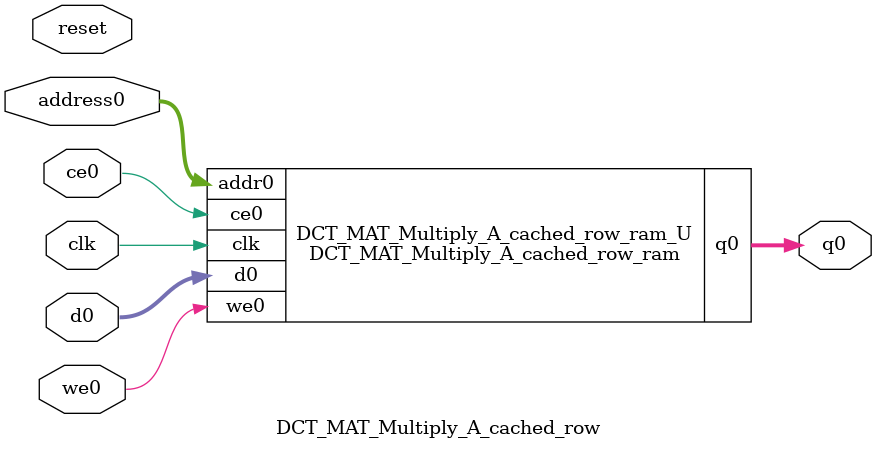
<source format=v>

`timescale 1 ns / 1 ps
module DCT_MAT_Multiply_A_cached_row_ram (addr0, ce0, d0, we0, q0,  clk);

parameter DWIDTH = 32;
parameter AWIDTH = 3;
parameter MEM_SIZE = 8;

input[AWIDTH-1:0] addr0;
input ce0;
input[DWIDTH-1:0] d0;
input we0;
output reg[DWIDTH-1:0] q0;
input clk;

(* ram_style = "distributed" *)reg [DWIDTH-1:0] ram[MEM_SIZE-1:0];




always @(posedge clk)  
begin 
    if (ce0) 
    begin
        if (we0) 
        begin 
            ram[addr0] <= d0; 
            q0 <= d0;
        end 
        else 
            q0 <= ram[addr0];
    end
end


endmodule


`timescale 1 ns / 1 ps
module DCT_MAT_Multiply_A_cached_row(
    reset,
    clk,
    address0,
    ce0,
    we0,
    d0,
    q0);

parameter DataWidth = 32'd32;
parameter AddressRange = 32'd8;
parameter AddressWidth = 32'd3;
input reset;
input clk;
input[AddressWidth - 1:0] address0;
input ce0;
input we0;
input[DataWidth - 1:0] d0;
output[DataWidth - 1:0] q0;



DCT_MAT_Multiply_A_cached_row_ram DCT_MAT_Multiply_A_cached_row_ram_U(
    .clk( clk ),
    .addr0( address0 ),
    .ce0( ce0 ),
    .d0( d0 ),
    .we0( we0 ),
    .q0( q0 ));

endmodule


</source>
